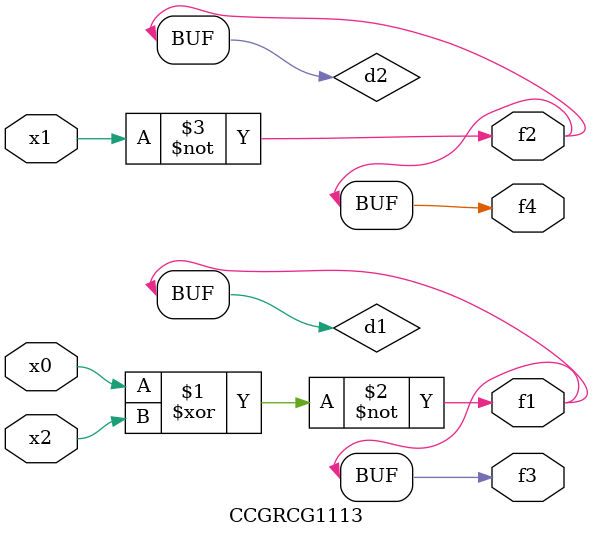
<source format=v>
module CCGRCG1113(
	input x0, x1, x2,
	output f1, f2, f3, f4
);

	wire d1, d2, d3;

	xnor (d1, x0, x2);
	nand (d2, x1);
	nor (d3, x1, x2);
	assign f1 = d1;
	assign f2 = d2;
	assign f3 = d1;
	assign f4 = d2;
endmodule

</source>
